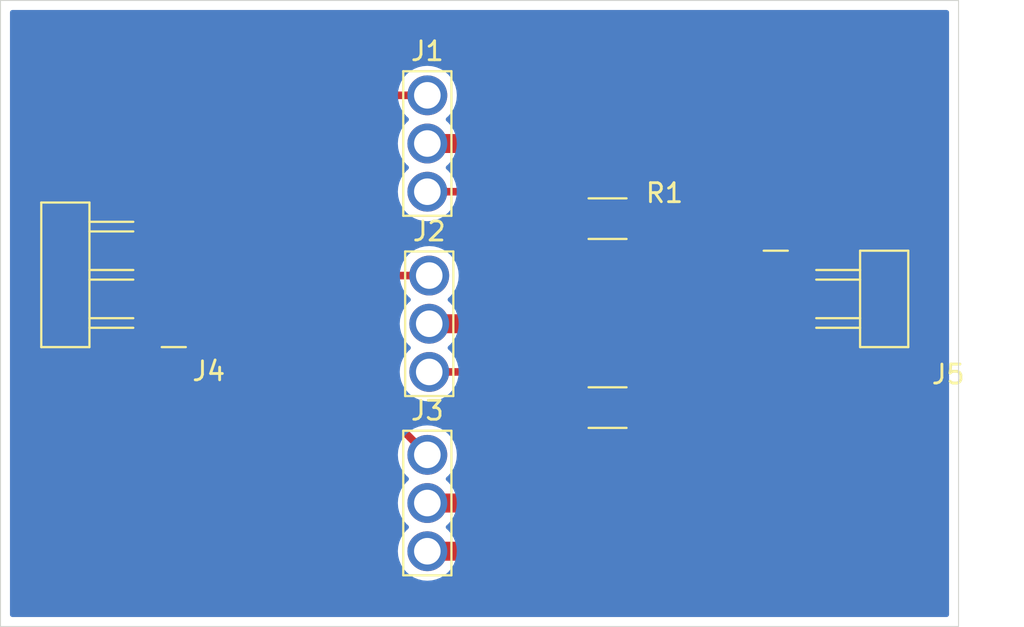
<source format=kicad_pcb>
(kicad_pcb (version 20240108) (generator "pcbnew") (generator_version "8.0")
  (layers (0 "F.Cu" signal) (31 "B.Cu" signal) (34 "B.Paste" user) (35 "F.Paste" user) (36 "B.SilkS" user "B.Silkscreen") (37 "F.SilkS" user "F.Silkscreen") (38 "B.Mask" user) (39 "F.Mask" user) (44 "Edge.Cuts" user))
  (net 0 "")
  (net 1 "GND")
  (net 2 "VCC")
  (net 3 "A0")
  (net 4 "A1")
  (net 5 "A2")
  (net 6 "Net-(J1-Pin_3)")
  (net 7 "Net-(J2-Pin_3)")
  (footprint "fab:PinHeader_01x03_P2.54mm_Horizontal_SMD" (layer "F.Cu") (at 129.5 81.5 180)
    (property "Reference" "J4" (at -1.524 -2.54 360) (layer "F.SilkS") (effects (justify left)))
    (property "Value" "OUT")
    (fp_line (start 6.35 6.35) (end 3.81 6.35) (stroke (width 0.12)) (layer "F.SilkS"))
    (fp_line (start 6.35 -1.27) (end 6.35 6.35) (stroke (width 0.12)) (layer "F.SilkS"))
    (fp_line (start 3.81 6.35) (end 3.81 -1.27) (stroke (width 0.12)) (layer "F.SilkS"))
    (fp_line (start 3.81 5.334) (end 1.5 5.334) (stroke (width 0.12)) (layer "F.SilkS"))
    (fp_line (start 3.81 4.826) (end 1.5 4.826) (stroke (width 0.12)) (layer "F.SilkS"))
    (fp_line (start 3.81 2.794) (end 1.5 2.794) (stroke (width 0.12)) (layer "F.SilkS"))
    (fp_line (start 3.81 2.286) (end 1.5 2.286) (stroke (width 0.12)) (layer "F.SilkS"))
    (fp_line (start 3.81 0.254) (end 1.5 0.254) (stroke (width 0.12)) (layer "F.SilkS"))
    (fp_line (start 3.81 -0.254) (end 1.5 -0.254) (stroke (width 0.12)) (layer "F.SilkS"))
    (fp_line (start 3.81 -1.27) (end 6.35 -1.27) (stroke (width 0.12)) (layer "F.SilkS"))
    (fp_line (start -1.27 -1.27) (end 0 -1.27) (stroke (width 0.12)) (layer "F.SilkS"))
    (pad "1" smd rect (at 0 0 180) (size 2.5 1.7) (layers "F.Cu" "F.Paste" "F.Mask") (net 5 "A2"))
    (pad "2" smd rect (at 0 2.54 180) (size 2.5 1.7) (layers "F.Cu" "F.Paste" "F.Mask") (net 4 "A1"))
    (pad "3" smd rect (at 0 5.08 180) (size 2.5 1.7) (layers "F.Cu" "F.Paste" "F.Mask") (net 3 "A0"))
  )
  (footprint "fab:PinHeader_01x02_P2.54mm_Horizontal_SMD" (layer "F.Cu") (at 162.5 78.96)
    (property "Reference" "J5" (at 7.5 5.25 180) (layer "F.SilkS") (effects (justify left)))
    (property "Value" "power")
    (fp_line (start -1.27 -1.27) (end 0 -1.27) (stroke (width 0.12)) (layer "F.SilkS"))
    (fp_line (start 3.81 -1.27) (end 6.35 -1.27) (stroke (width 0.12)) (layer "F.SilkS"))
    (fp_line (start 3.81 -0.254) (end 1.5 -0.254) (stroke (width 0.12)) (layer "F.SilkS"))
    (fp_line (start 3.81 0.254) (end 1.5 0.254) (stroke (width 0.12)) (layer "F.SilkS"))
    (fp_line (start 3.81 2.286) (end 1.5 2.286) (stroke (width 0.12)) (layer "F.SilkS"))
    (fp_line (start 3.81 2.794) (end 1.5 2.794) (stroke (width 0.12)) (layer "F.SilkS"))
    (fp_line (start 3.81 3.81) (end 3.81 -1.27) (stroke (width 0.12)) (layer "F.SilkS"))
    (fp_line (start 6.35 -1.27) (end 6.35 3.81) (stroke (width 0.12)) (layer "F.SilkS"))
    (fp_line (start 6.35 3.81) (end 3.81 3.81) (stroke (width 0.12)) (layer "F.SilkS"))
    (pad "1" smd rect (at 0 0) (size 2.5 1.7) (layers "F.Cu" "F.Paste" "F.Mask") (net 1 "GND"))
    (pad "2" smd rect (at 0 2.54) (size 2.5 1.7) (layers "F.Cu" "F.Paste" "F.Mask") (net 2 "VCC"))
  )
  (footprint "fab:PinHeader_01x03_P2.54mm_Vertical_THT_D1.4mm" (layer "F.Cu") (at 143.6 79)
    (property "Reference" "J2" (at 0 -2.33 0) (layer "F.SilkS"))
    (property "Value" "Slider2")
    (fp_line (start -1.27 -1.27) (end -1.27 6.35) (stroke (width 0.12)) (layer "F.SilkS"))
    (fp_line (start -1.27 -1.27) (end 1.27 -1.27) (stroke (width 0.12)) (layer "F.SilkS"))
    (fp_line (start -1.27 6.35) (end 1.27 6.35) (stroke (width 0.12)) (layer "F.SilkS"))
    (fp_line (start 1.27 -1.27) (end 1.27 6.35) (stroke (width 0.12)) (layer "F.SilkS"))
    (pad "1" thru_hole circle (at 0 0) (size 2.1 2.1) (drill 1.4) (layers "*.Cu" "*.Mask" "In1.Cu" "In2.Cu" "In3.Cu" "In4.Cu" "In5.Cu" "In6.Cu" "In7.Cu" "In8.Cu" "In9.Cu" "In10.Cu" "In11.Cu" "In12.Cu" "In13.Cu" "In14.Cu" "In15.Cu" "In16.Cu" "In17.Cu" "In18.Cu" "In19.Cu" "In20.Cu" "In21.Cu" "In22.Cu" "In23.Cu" "In24.Cu" "In25.Cu" "In26.Cu" "In27.Cu" "In28.Cu" "In29.Cu" "In30.Cu") (net 4 "A1"))
    (pad "2" thru_hole circle (at 0 2.54) (size 2.1 2.1) (drill 1.4) (layers "*.Cu" "*.Mask" "In1.Cu" "In2.Cu" "In3.Cu" "In4.Cu" "In5.Cu" "In6.Cu" "In7.Cu" "In8.Cu" "In9.Cu" "In10.Cu" "In11.Cu" "In12.Cu" "In13.Cu" "In14.Cu" "In15.Cu" "In16.Cu" "In17.Cu" "In18.Cu" "In19.Cu" "In20.Cu" "In21.Cu" "In22.Cu" "In23.Cu" "In24.Cu" "In25.Cu" "In26.Cu" "In27.Cu" "In28.Cu" "In29.Cu" "In30.Cu") (net 2 "VCC"))
    (pad "3" thru_hole circle (at 0 5.08) (size 2.1 2.1) (drill 1.4) (layers "*.Cu" "*.Mask" "In1.Cu" "In2.Cu" "In3.Cu" "In4.Cu" "In5.Cu" "In6.Cu" "In7.Cu" "In8.Cu" "In9.Cu" "In10.Cu" "In11.Cu" "In12.Cu" "In13.Cu" "In14.Cu" "In15.Cu" "In16.Cu" "In17.Cu" "In18.Cu" "In19.Cu" "In20.Cu" "In21.Cu" "In22.Cu" "In23.Cu" "In24.Cu" "In25.Cu" "In26.Cu" "In27.Cu" "In28.Cu" "In29.Cu" "In30.Cu") (net 7 "Net-(J2-Pin_3)"))
  )
  (footprint "fab:PinHeader_01x03_P2.54mm_Vertical_THT_D1.4mm" (layer "F.Cu") (at 143.5 88.45)
    (property "Reference" "J3" (at 0 -2.33 0) (layer "F.SilkS"))
    (property "Value" "Slider3")
    (fp_line (start -1.27 -1.27) (end -1.27 6.35) (stroke (width 0.12)) (layer "F.SilkS"))
    (fp_line (start -1.27 -1.27) (end 1.27 -1.27) (stroke (width 0.12)) (layer "F.SilkS"))
    (fp_line (start -1.27 6.35) (end 1.27 6.35) (stroke (width 0.12)) (layer "F.SilkS"))
    (fp_line (start 1.27 -1.27) (end 1.27 6.35) (stroke (width 0.12)) (layer "F.SilkS"))
    (pad "1" thru_hole circle (at 0 0) (size 2.1 2.1) (drill 1.4) (layers "*.Cu" "*.Mask" "In1.Cu" "In2.Cu" "In3.Cu" "In4.Cu" "In5.Cu" "In6.Cu" "In7.Cu" "In8.Cu" "In9.Cu" "In10.Cu" "In11.Cu" "In12.Cu" "In13.Cu" "In14.Cu" "In15.Cu" "In16.Cu" "In17.Cu" "In18.Cu" "In19.Cu" "In20.Cu" "In21.Cu" "In22.Cu" "In23.Cu" "In24.Cu" "In25.Cu" "In26.Cu" "In27.Cu" "In28.Cu" "In29.Cu" "In30.Cu") (net 5 "A2"))
    (pad "2" thru_hole circle (at 0 2.54) (size 2.1 2.1) (drill 1.4) (layers "*.Cu" "*.Mask" "In1.Cu" "In2.Cu" "In3.Cu" "In4.Cu" "In5.Cu" "In6.Cu" "In7.Cu" "In8.Cu" "In9.Cu" "In10.Cu" "In11.Cu" "In12.Cu" "In13.Cu" "In14.Cu" "In15.Cu" "In16.Cu" "In17.Cu" "In18.Cu" "In19.Cu" "In20.Cu" "In21.Cu" "In22.Cu" "In23.Cu" "In24.Cu" "In25.Cu" "In26.Cu" "In27.Cu" "In28.Cu" "In29.Cu" "In30.Cu") (net 2 "VCC"))
    (pad "3" thru_hole circle (at 0 5.08) (size 2.1 2.1) (drill 1.4) (layers "*.Cu" "*.Mask" "In1.Cu" "In2.Cu" "In3.Cu" "In4.Cu" "In5.Cu" "In6.Cu" "In7.Cu" "In8.Cu" "In9.Cu" "In10.Cu" "In11.Cu" "In12.Cu" "In13.Cu" "In14.Cu" "In15.Cu" "In16.Cu" "In17.Cu" "In18.Cu" "In19.Cu" "In20.Cu" "In21.Cu" "In22.Cu" "In23.Cu" "In24.Cu" "In25.Cu" "In26.Cu" "In27.Cu" "In28.Cu" "In29.Cu" "In30.Cu") (net 1 "GND"))
  )
  (footprint "fab:R_1206" (layer "F.Cu") (at 153 85.96)
    (property "Reference" "R2" (hide yes))
    (property "Value" "~" (hide yes))
    (fp_line (start -1 -1.07) (end 1 -1.07) (stroke (width 0.12)) (layer "F.SilkS"))
    (fp_line (start 1 1.07) (end -1 1.07) (stroke (width 0.12)) (layer "F.SilkS"))
    (pad "1" smd rect (at -1.5 0) (size 1.2 1.6) (layers "F.Cu" "F.Paste" "F.Mask") (net 7 "Net-(J2-Pin_3)"))
    (pad "2" smd rect (at 1.5 0) (size 1.2 1.6) (layers "F.Cu" "F.Paste" "F.Mask") (net 1 "GND"))
  )
  (footprint "fab:R_1206" (layer "F.Cu") (at 153 76)
    (property "Reference" "R1" (at 3 -1.35 0) (layer "F.SilkS"))
    (property "Value" "0")
    (fp_line (start -1 -1.07) (end 1 -1.07) (stroke (width 0.12)) (layer "F.SilkS"))
    (fp_line (start 1 1.07) (end -1 1.07) (stroke (width 0.12)) (layer "F.SilkS"))
    (pad "1" smd rect (at -1.5 0) (size 1.2 1.6) (layers "F.Cu" "F.Paste" "F.Mask") (net 6 "Net-(J1-Pin_3)"))
    (pad "2" smd rect (at 1.5 0) (size 1.2 1.6) (layers "F.Cu" "F.Paste" "F.Mask") (net 1 "GND"))
  )
  (footprint "fab:PinHeader_01x03_P2.54mm_Vertical_THT_D1.4mm" (layer "F.Cu") (at 143.5 69.5)
    (property "Reference" "J1" (at 0 -2.33 0) (layer "F.SilkS"))
    (property "Value" "Slider1")
    (fp_line (start -1.27 -1.27) (end -1.27 6.35) (stroke (width 0.12)) (layer "F.SilkS"))
    (fp_line (start -1.27 -1.27) (end 1.27 -1.27) (stroke (width 0.12)) (layer "F.SilkS"))
    (fp_line (start -1.27 6.35) (end 1.27 6.35) (stroke (width 0.12)) (layer "F.SilkS"))
    (fp_line (start 1.27 -1.27) (end 1.27 6.35) (stroke (width 0.12)) (layer "F.SilkS"))
    (pad "1" thru_hole circle (at 0 0) (size 2.1 2.1) (drill 1.4) (layers "*.Cu" "*.Mask" "In1.Cu" "In2.Cu" "In3.Cu" "In4.Cu" "In5.Cu" "In6.Cu" "In7.Cu" "In8.Cu" "In9.Cu" "In10.Cu" "In11.Cu" "In12.Cu" "In13.Cu" "In14.Cu" "In15.Cu" "In16.Cu" "In17.Cu" "In18.Cu" "In19.Cu" "In20.Cu" "In21.Cu" "In22.Cu" "In23.Cu" "In24.Cu" "In25.Cu" "In26.Cu" "In27.Cu" "In28.Cu" "In29.Cu" "In30.Cu") (net 3 "A0"))
    (pad "2" thru_hole circle (at 0 2.54) (size 2.1 2.1) (drill 1.4) (layers "*.Cu" "*.Mask" "In1.Cu" "In2.Cu" "In3.Cu" "In4.Cu" "In5.Cu" "In6.Cu" "In7.Cu" "In8.Cu" "In9.Cu" "In10.Cu" "In11.Cu" "In12.Cu" "In13.Cu" "In14.Cu" "In15.Cu" "In16.Cu" "In17.Cu" "In18.Cu" "In19.Cu" "In20.Cu" "In21.Cu" "In22.Cu" "In23.Cu" "In24.Cu" "In25.Cu" "In26.Cu" "In27.Cu" "In28.Cu" "In29.Cu" "In30.Cu") (net 2 "VCC"))
    (pad "3" thru_hole circle (at 0 5.08) (size 2.1 2.1) (drill 1.4) (layers "*.Cu" "*.Mask" "In1.Cu" "In2.Cu" "In3.Cu" "In4.Cu" "In5.Cu" "In6.Cu" "In7.Cu" "In8.Cu" "In9.Cu" "In10.Cu" "In11.Cu" "In12.Cu" "In13.Cu" "In14.Cu" "In15.Cu" "In16.Cu" "In17.Cu" "In18.Cu" "In19.Cu" "In20.Cu" "In21.Cu" "In22.Cu" "In23.Cu" "In24.Cu" "In25.Cu" "In26.Cu" "In27.Cu" "In28.Cu" "In29.Cu" "In30.Cu") (net 6 "Net-(J1-Pin_3)"))
  )
  (gr_rect (start 121 64.5) (end 171.5 97.5) (stroke (width 0.05)) (fill none) (layer "Edge.Cuts"))
  (segment (start 165.5 76.5) (end 160 76.5) (width 1) (layer "F.Cu") (net 1))
  (segment (start 143.5 93.53) (end 161.97 93.53) (width 1) (layer "F.Cu") (net 1))
  (segment (start 158.04 78.96) (end 162.5 78.96) (width 1) (layer "F.Cu") (net 1))
  (segment (start 157.5 79) (end 158 79) (width 1) (layer "F.Cu") (net 1))
  (segment (start 160 76.5) (end 160 78.42) (width 1) (layer "F.Cu") (net 1))
  (segment (start 158 79) (end 158.04 78.96) (width 1) (layer "F.Cu") (net 1))
  (segment (start 162 86.02) (end 161.94 85.96) (width 1) (layer "F.Cu") (net 1))
  (segment (start 154.5 76) (end 157.5 79) (width 1) (layer "F.Cu") (net 1))
  (segment (start 165.5 82.4) (end 165.5 76.5) (width 1) (layer "F.Cu") (net 1))
  (segment (start 162 93.5) (end 162 86.02) (width 1) (layer "F.Cu") (net 1))
  (segment (start 161.94 85.96) (end 165.5 82.4) (width 1) (layer "F.Cu") (net 1))
  (segment (start 161.94 85.96) (end 154.5 85.96) (width 1) (layer "F.Cu") (net 1))
  (segment (start 161.97 93.53) (end 162 93.5) (width 1) (layer "F.Cu") (net 1))
  (segment (start 153 81.5) (end 153 90.98) (width 1) (layer "F.Cu") (net 2))
  (segment (start 153 72) (end 153 81.5) (width 1) (layer "F.Cu") (net 2))
  (segment (start 152.96 81.54) (end 153 81.5) (width 1) (layer "F.Cu") (net 2))
  (segment (start 152.99 90.99) (end 153 91) (width 1) (layer "F.Cu") (net 2))
  (segment (start 143.6 81.54) (end 162.46 81.54) (width 1) (layer "F.Cu") (net 2))
  (segment (start 153 90.98) (end 152.99 90.99) (width 1) (layer "F.Cu") (net 2))
  (segment (start 152.96 72.04) (end 153 72) (width 1) (layer "F.Cu") (net 2))
  (segment (start 143.5 72.04) (end 152.96 72.04) (width 1) (layer "F.Cu") (net 2))
  (segment (start 162.46 81.54) (end 162.5 81.5) (width 1) (layer "F.Cu") (net 2))
  (segment (start 143.5 90.99) (end 152.99 90.99) (width 1) (layer "F.Cu") (net 2))
  (segment (start 143.5 69.5) (end 141.5 69.5) (width 0.4) (layer "F.Cu") (net 3))
  (segment (start 134.58 76.42) (end 129.5 76.42) (width 0.4) (layer "F.Cu") (net 3))
  (segment (start 141.5 69.5) (end 134.58 76.42) (width 0.4) (layer "F.Cu") (net 3))
  (segment (start 129.54 79) (end 129.5 78.96) (width 0.4) (layer "F.Cu") (net 4))
  (segment (start 143.6 79) (end 129.54 79) (width 0.4) (layer "F.Cu") (net 4))
  (segment (start 143.5 88.45) (end 136.55 81.5) (width 0.4) (layer "F.Cu") (net 5))
  (segment (start 136.55 81.5) (end 129.5 81.5) (width 0.4) (layer "F.Cu") (net 5))
  (segment (start 145.58 74.58) (end 147 76) (width 0.4) (layer "F.Cu") (net 6))
  (segment (start 147 76) (end 151.5 76) (width 0.4) (layer "F.Cu") (net 6))
  (segment (start 143.5 74.58) (end 145.58 74.58) (width 0.4) (layer "F.Cu") (net 6))
  (segment (start 146.58 84.08) (end 148.46 85.96) (width 0.4) (layer "F.Cu") (net 7))
  (segment (start 148.46 85.96) (end 151.5 85.96) (width 0.4) (layer "F.Cu") (net 7))
  (segment (start 143.6 84.08) (end 146.58 84.08) (width 0.4) (layer "F.Cu") (net 7))
  (zone (net 0) (net_name "") (layer "B.Cu") (connect_pads (clearance 0.5)) (min_thickness 0.25) (fill yes (thermal_gap 0.5) (thermal_bridge_width 0.5) (island_removal_mode 1) (island_area_min 10))
    (polygon (pts (xy 121.5 65) (xy 171 65) (xy 171 97) (xy 121.5 97)))
  )
)
</source>
